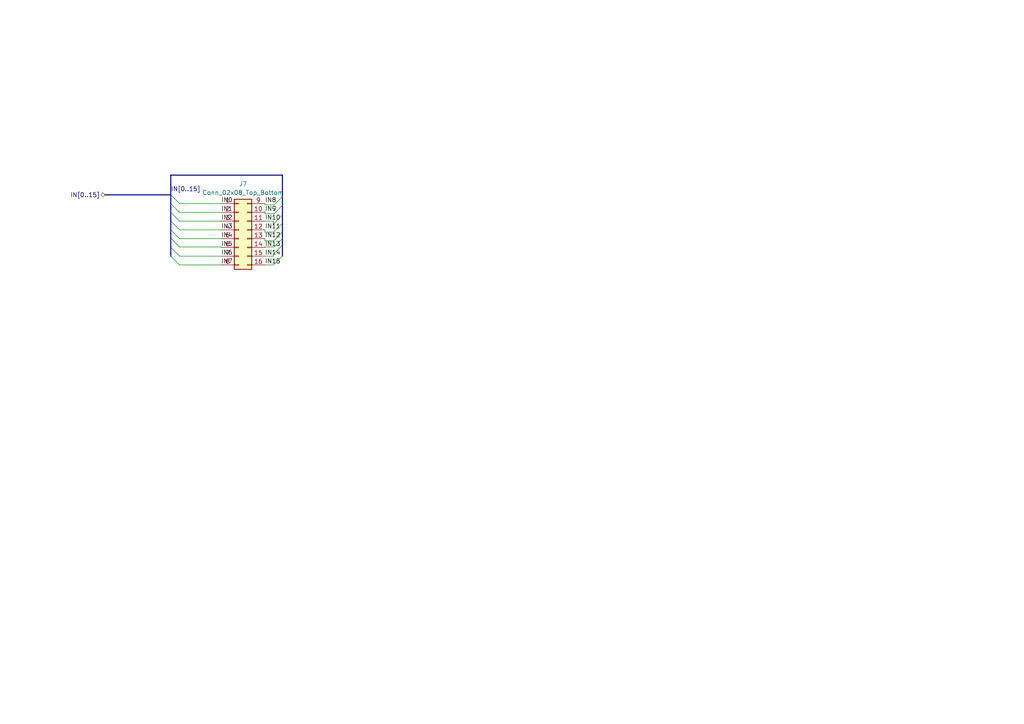
<source format=kicad_sch>
(kicad_sch (version 20250114) (generator "eeschema") (generator_version "9.0")
  (paper "A4")
  (lib_symbols
    (symbol "Connector_Generic:Conn_02x08_Top_Bottom" (pin_names (offset 1.016) (hide yes))
      (property "Reference" "J" (at 1.27 10.16 0))
      (property "Value" "Conn_02x08_Top_Bottom" (at 1.27 -12.7 0))
      (symbol "Conn_02x08_Top_Bottom_1_1"
        (rectangle (start -1.27 8.89) (end 3.81 -11.43) (stroke (width 0.254)) (fill (type background)))
        (rectangle (start -1.27 7.747) (end 0 7.493) (stroke (width 0.1524)))
        (rectangle (start -1.27 5.207) (end 0 4.953) (stroke (width 0.1524)))
        (rectangle (start -1.27 2.667) (end 0 2.413) (stroke (width 0.1524)))
        (rectangle (start -1.27 0.127) (end 0 -0.127) (stroke (width 0.1524)))
        (rectangle (start -1.27 -2.413) (end 0 -2.667) (stroke (width 0.1524)))
        (rectangle (start -1.27 -4.953) (end 0 -5.207) (stroke (width 0.1524)))
        (rectangle (start -1.27 -7.493) (end 0 -7.747) (stroke (width 0.1524)))
        (rectangle (start -1.27 -10.033) (end 0 -10.287) (stroke (width 0.1524)))
        (rectangle (start 3.81 7.747) (end 2.54 7.493) (stroke (width 0.1524)))
        (rectangle (start 3.81 5.207) (end 2.54 4.953) (stroke (width 0.1524)))
        (rectangle (start 3.81 2.667) (end 2.54 2.413) (stroke (width 0.1524)))
        (rectangle (start 3.81 0.127) (end 2.54 -0.127) (stroke (width 0.1524)))
        (rectangle (start 3.81 -2.413) (end 2.54 -2.667) (stroke (width 0.1524)))
        (rectangle (start 3.81 -4.953) (end 2.54 -5.207) (stroke (width 0.1524)))
        (rectangle (start 3.81 -7.493) (end 2.54 -7.747) (stroke (width 0.1524)))
        (rectangle (start 3.81 -10.033) (end 2.54 -10.287) (stroke (width 0.1524)))
        (pin passive line (at -5.08 7.62 0) (length 3.81) (name "Pin_1") (number "1"))
        (pin passive line (at -5.08 5.08 0) (length 3.81) (name "Pin_2") (number "2"))
        (pin passive line (at -5.08 2.54 0) (length 3.81) (name "Pin_3") (number "3"))
        (pin passive line (at -5.08 0 0) (length 3.81) (name "Pin_4") (number "4"))
        (pin passive line (at -5.08 -2.54 0) (length 3.81) (name "Pin_5") (number "5"))
        (pin passive line (at -5.08 -5.08 0) (length 3.81) (name "Pin_6") (number "6"))
        (pin passive line (at -5.08 -7.62 0) (length 3.81) (name "Pin_7") (number "7"))
        (pin passive line (at -5.08 -10.16 0) (length 3.81) (name "Pin_8") (number "8"))
        (pin passive line (at 7.62 7.62 180) (length 3.81) (name "Pin_9") (number "9"))
        (pin passive line (at 7.62 5.08 180) (length 3.81) (name "Pin_10") (number "10"))
        (pin passive line (at 7.62 2.54 180) (length 3.81) (name "Pin_11") (number "11"))
        (pin passive line (at 7.62 0 180) (length 3.81) (name "Pin_12") (number "12"))
        (pin passive line (at 7.62 -2.54 180) (length 3.81) (name "Pin_13") (number "13"))
        (pin passive line (at 7.62 -5.08 180) (length 3.81) (name "Pin_14") (number "14"))
        (pin passive line (at 7.62 -7.62 180) (length 3.81) (name "Pin_15") (number "15"))
        (pin passive line (at 7.62 -10.16 180) (length 3.81) (name "Pin_16") (number "16"))
      )
    )
  )
  (bus_entry (at 81.788 62.484) (size -2.54 2.54))
  (bus_entry (at 82.042 59.436) (size -2.54 2.54))
  (bus_entry (at 81.915 64.77) (size -2.54 2.54))
  (bus_entry (at 49.53 56.515) (size 2.54 2.54))
  (bus_entry (at 81.915 71.12) (size -2.54 2.54))
  (bus_entry (at 49.53 64.135) (size 2.54 2.54))
  (bus_entry (at 49.53 61.595) (size 2.54 2.54))
  (bus_entry (at 49.53 71.755) (size 2.54 2.54))
  (bus_entry (at 82.042 56.896) (size -2.54 2.54))
  (bus_entry (at 81.915 67.31) (size -2.54 2.54))
  (bus_entry (at 49.53 66.675) (size 2.54 2.54))
  (bus_entry (at 49.53 59.055) (size 2.54 2.54))
  (bus_entry (at 49.53 69.088) (size 2.54 2.54))
  (bus_entry (at 49.53 74.295) (size 2.54 2.54))
  (bus_entry (at 81.915 74.295) (size -2.54 2.54))
  (bus_entry (at 82.042 69.088) (size -2.54 2.54))
  (wire (pts (xy 79.502 71.628) (xy 76.835 71.628)))
  (bus (pts (xy 49.53 61.595) (xy 49.53 64.135)))
  (wire (pts (xy 76.835 71.628) (xy 76.835 71.755)))
  (bus (pts (xy 49.53 56.515) (xy 49.53 59.055)))
  (bus (pts (xy 49.53 50.8) (xy 49.53 56.515)))
  (wire (pts (xy 79.375 74.295) (xy 76.835 74.295)))
  (wire (pts (xy 76.835 67.31) (xy 76.835 66.675)))
  (wire (pts (xy 52.07 69.215) (xy 64.135 69.215)))
  (wire (pts (xy 79.375 67.31) (xy 76.835 67.31)))
  (bus (pts (xy 49.53 66.675) (xy 49.53 69.088)))
  (bus (pts (xy 81.915 50.8) (xy 81.915 64.77)))
  (wire (pts (xy 76.835 61.976) (xy 76.835 61.595)))
  (wire (pts (xy 76.835 59.436) (xy 76.835 59.055)))
  (wire (pts (xy 79.375 73.66) (xy 79.375 74.295)))
  (bus (pts (xy 30.48 56.515) (xy 49.53 56.515)))
  (wire (pts (xy 52.07 74.295) (xy 64.135 74.295)))
  (wire (pts (xy 52.07 71.628) (xy 64.135 71.628)))
  (wire (pts (xy 52.07 64.135) (xy 64.135 64.135)))
  (wire (pts (xy 76.835 69.85) (xy 76.835 69.215)))
  (wire (pts (xy 52.07 66.675) (xy 64.135 66.675)))
  (wire (pts (xy 79.248 65.024) (xy 79.248 64.135)))
  (wire (pts (xy 79.248 64.135) (xy 76.835 64.135)))
  (bus (pts (xy 49.53 71.755) (xy 49.53 74.295)))
  (bus (pts (xy 49.53 69.088) (xy 49.53 71.755)))
  (wire (pts (xy 79.502 59.436) (xy 76.835 59.436)))
  (wire (pts (xy 52.07 59.055) (xy 64.135 59.055)))
  (wire (pts (xy 79.502 61.976) (xy 76.835 61.976)))
  (bus (pts (xy 49.53 50.8) (xy 81.915 50.8)))
  (wire (pts (xy 76.835 76.835) (xy 79.375 76.835)))
  (bus (pts (xy 49.53 59.055) (xy 49.53 61.595)))
  (bus (pts (xy 49.53 64.135) (xy 49.53 66.675)))
  (bus (pts (xy 81.915 67.31) (xy 81.915 71.12)))
  (wire (pts (xy 52.07 76.835) (xy 64.135 76.835)))
  (wire (pts (xy 64.135 71.628) (xy 64.135 71.755)))
  (wire (pts (xy 52.07 61.595) (xy 64.135 61.595)))
  (bus (pts (xy 81.915 64.77) (xy 81.915 67.31)))
  (wire (pts (xy 79.375 69.85) (xy 76.835 69.85)))
  (bus (pts (xy 81.915 71.12) (xy 81.915 74.295)))
  (label "IN9" (at 76.835 61.595 0))
  (label "IN5" (at 64.135 71.755 0))
  (label "IN1" (at 64.135 61.595 0))
  (label "IN6" (at 64.135 74.295 0))
  (label "IN2" (at 64.135 64.135 0))
  (label "IN11" (at 76.835 66.675 0))
  (label "IN13" (at 76.835 71.755 0))
  (label "IN0" (at 64.135 59.055 0))
  (label "IN14" (at 76.835 74.295 0))
  (label "IN15" (at 76.835 76.835 0))
  (label "IN12" (at 76.835 69.215 0))
  (label "IN[0..15]" (at 49.53 55.88 0))
  (label "IN7" (at 64.135 76.835 0))
  (label "IN3" (at 64.135 66.675 0))
  (label "IN8" (at 76.835 59.055 0))
  (label "IN10" (at 76.835 64.135 0))
  (label "IN4" (at 64.135 69.215 0))
  (hierarchical_label "IN[0..15]" (shape tri_state) (at 30.48 56.515 180))
  (symbol (lib_id "Connector_Generic:Conn_02x08_Top_Bottom") (at 69.215 66.675 0) (unit 1)
    (property "Reference" "J5" (at 70.485 53.34 0))
    (property "Value" "Conn_02x08_Top_Bottom" (at 70.485 55.88 0))
    (property "Footprint" "Connector_PinHeader_2.54mm:PinHeader_2x08_P2.54mm_Vertical" (effects (hide yes)))
    (property "Description" "Generic connector, double row, 02x08, top/bottom pin numbering scheme (row 1: 1...pins_per_row, row2: pins_per_row+1 ... num_pins), script generated (kicad-library-utils/schlib/autogen/connector/)" (effects (hide yes)))
    (instances (project "AOS16 GPU" (path "" (reference "J7") (unit 1)) (path "" (reference "J6") (unit 1)) (path "" (reference "J5") (unit 1))))
  )
)
</source>
